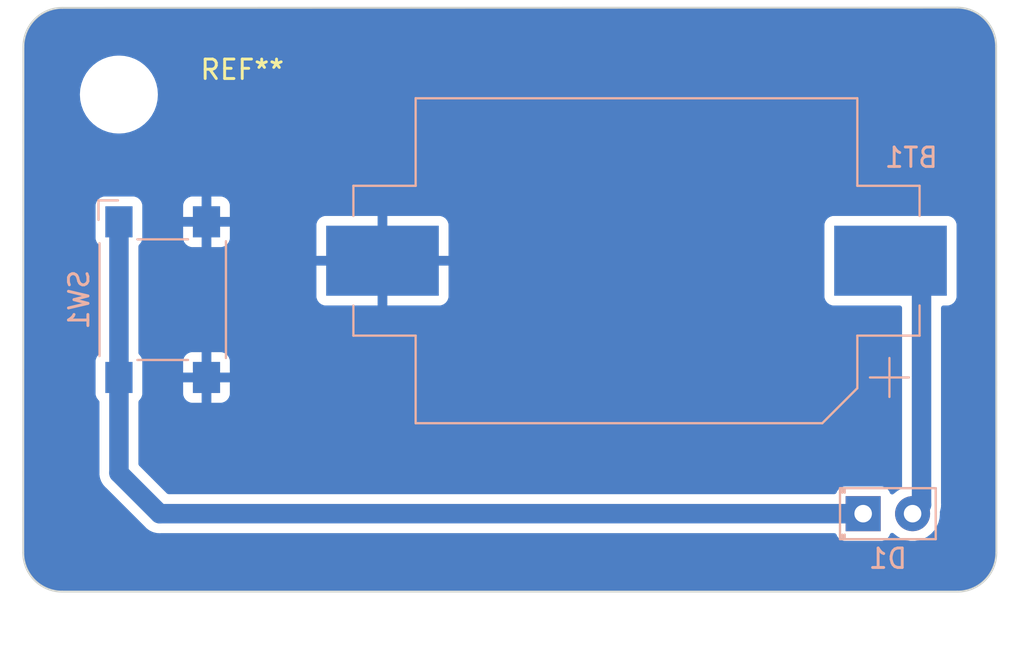
<source format=kicad_pcb>
(kicad_pcb (version 20221018) (generator pcbnew)
  (layers (0 "F.Cu" signal) (31 "B.Cu" signal) (34 "B.Paste" user) (35 "F.Paste" user) (36 "B.SilkS" user "B.Silkscreen") (37 "F.SilkS" user "F.Silkscreen") (38 "B.Mask" user) (39 "F.Mask" user) (44 "Edge.Cuts" user))
  (net 0 "")
  (net 1 "Net-(BT1-+)")
  (net 2 "Net-(BT1--)")
  (net 3 "Net-(D1-K)")
  (footprint "MountingHole:MountingHole_3.5mm" (layer "F.Cu") (at 173.91 66.46)
    (fp_text reference "REF**" (at 6.34 -1.28) (layer "F.SilkS"))
    (fp_text value "MountingHole_3.5mm")
    (pad "" np_thru_hole circle (at 0 0) (size 3.5 3.5) (drill 3.5) (layers "*.Cu" "*.Mask"))
  )
  (footprint "Button_Switch_SMD:SW_SPST_Omron_B3FS-100xP" (layer "B.Cu") (at 176.1625 77 -90)
    (fp_text reference "SW1" (at 0 4.3 -270) (layer "B.SilkS") (effects (justify mirror)))
    (fp_text value "SW_Push")
    (fp_line (start -5.1 2.3) (end -5.1 3.3) (stroke (width 0.12)) (layer "B.SilkS"))
    (fp_line (start -5.1 3.3) (end -4.1 3.3) (stroke (width 0.12)) (layer "B.SilkS"))
    (fp_line (start -3.1 1.3) (end -3.1 -1.3) (stroke (width 0.12)) (layer "B.SilkS"))
    (fp_line (start 2.9 3.25) (end -2.9 3.25) (stroke (width 0.12)) (layer "B.SilkS"))
    (fp_line (start 3 -3.25) (end -3 -3.25) (stroke (width 0.12)) (layer "B.SilkS"))
    (fp_line (start 3.1 1.3) (end 3.1 -1.3) (stroke (width 0.12)) (layer "B.SilkS"))
    (pad "1" smd rect (at -4 2.25 90) (size 1.6 1.4) (layers "B.Cu" "B.Paste" "B.Mask") (net 3 "Net-(D1-K)"))
    (pad "1" smd rect (at 4 2.25 90) (size 1.6 1.4) (layers "B.Cu" "B.Paste" "B.Mask") (net 3 "Net-(D1-K)"))
    (pad "2" smd rect (at -4 -2.25 90) (size 1.6 1.4) (layers "B.Cu" "B.Paste" "B.Mask") (net 2 "Net-(BT1--)"))
    (pad "2" smd rect (at 4 -2.25 90) (size 1.6 1.4) (layers "B.Cu" "B.Paste" "B.Mask") (net 2 "Net-(BT1--)"))
  )
  (footprint "LED_THT:LED_D2.0mm_W4.8mm_H2.5mm_FlatTop" (layer "B.Cu") (at 212.1625 88)
    (fp_text reference "D1" (at 1.27 2.31) (layer "B.SilkS") (effects (justify mirror)))
    (fp_text value "LED")
    (fp_line (start -1.19 -1.31) (end 3.73 -1.31) (stroke (width 0.12)) (layer "B.SilkS"))
    (fp_line (start -1.19 1.31) (end -1.19 -1.31) (stroke (width 0.12)) (layer "B.SilkS"))
    (fp_line (start -1.19 1.31) (end 3.73 1.31) (stroke (width 0.12)) (layer "B.SilkS"))
    (fp_line (start -1.07 -1.08) (end -1.07 -1.31) (stroke (width 0.12)) (layer "B.SilkS"))
    (fp_line (start -1.07 1.31) (end -1.07 1.08) (stroke (width 0.12)) (layer "B.SilkS"))
    (fp_line (start -0.95 -1.08) (end -0.95 -1.31) (stroke (width 0.12)) (layer "B.SilkS"))
    (fp_line (start -0.95 1.31) (end -0.95 1.08) (stroke (width 0.12)) (layer "B.SilkS"))
    (fp_line (start 3.73 1.31) (end 3.73 -1.31) (stroke (width 0.12)) (layer "B.SilkS"))
    (pad "1" thru_hole rect (at 0 0) (size 1.8 1.8) (drill 0.9) (layers "*.Cu" "*.Mask") (net 3 "Net-(D1-K)"))
    (pad "2" thru_hole circle (at 2.54 0) (size 1.8 1.8) (drill 0.9) (layers "*.Cu" "*.Mask") (net 1 "Net-(BT1-+)"))
  )
  (footprint "Battery:BatteryHolder_Keystone_1060_1x2032" (layer "B.Cu") (at 200.5125 75 180)
    (fp_text reference "BT1" (at -14.125 5.3) (layer "B.SilkS") (effects (justify mirror)))
    (fp_text value "Battery_Cell")
    (fp_line (start -14.55 -3.85) (end -14.55 -2.3) (stroke (width 0.12)) (layer "B.SilkS"))
    (fp_line (start -14.55 3.85) (end -14.55 2.3) (stroke (width 0.12)) (layer "B.SilkS"))
    (fp_line (start -13 -5) (end -13 -7) (stroke (width 0.12)) (layer "B.SilkS"))
    (fp_line (start -12 -6) (end -14 -6) (stroke (width 0.12)) (layer "B.SilkS"))
    (fp_line (start -11.35 -6.55) (end -11.35 -3.85) (stroke (width 0.12)) (layer "B.SilkS"))
    (fp_line (start -11.35 -3.85) (end -14.55 -3.85) (stroke (width 0.12)) (layer "B.SilkS"))
    (fp_line (start -11.35 3.85) (end -14.55 3.85) (stroke (width 0.12)) (layer "B.SilkS"))
    (fp_line (start -11.35 8.35) (end -11.35 3.85) (stroke (width 0.12)) (layer "B.SilkS"))
    (fp_line (start -11.35 8.35) (end 11.35 8.35) (stroke (width 0.12)) (layer "B.SilkS"))
    (fp_line (start -9.55 -8.35) (end -11.35 -6.55) (stroke (width 0.12)) (layer "B.SilkS"))
    (fp_line (start 11.35 -8.35) (end -9.55 -8.35) (stroke (width 0.12)) (layer "B.SilkS"))
    (fp_line (start 11.35 -8.35) (end 11.35 -3.85) (stroke (width 0.12)) (layer "B.SilkS"))
    (fp_line (start 11.35 -3.85) (end 14.55 -3.85) (stroke (width 0.12)) (layer "B.SilkS"))
    (fp_line (start 11.35 3.85) (end 14.55 3.85) (stroke (width 0.12)) (layer "B.SilkS"))
    (fp_line (start 11.35 8.35) (end 11.35 3.85) (stroke (width 0.12)) (layer "B.SilkS"))
    (fp_line (start 14.55 -3.85) (end 14.55 -2.3) (stroke (width 0.12)) (layer "B.SilkS"))
    (fp_line (start 14.55 3.85) (end 14.55 2.3) (stroke (width 0.12)) (layer "B.SilkS"))
    (pad "1" smd rect (at -13.055 0) (size 5.79 3.6) (layers "B.Cu" "B.Paste" "B.Mask") (net 1 "Net-(BT1-+)"))
    (pad "2" smd rect (at 13.055 0) (size 5.79 3.6) (layers "B.Cu" "B.Paste" "B.Mask") (net 2 "Net-(BT1--)"))
  )
  (gr_arc (start 219.005786 90.005786) (mid 218.42 91.42) (end 217.005786 92.005786) (stroke (width 0.1)) (layer "Edge.Cuts"))
  (gr_line (start 217.005786 92.005786) (end 170.994214 92.005786) (stroke (width 0.1)) (layer "Edge.Cuts"))
  (gr_line (start 218.995786 63.994214) (end 219.005786 90.005786) (stroke (width 0.1)) (layer "Edge.Cuts"))
  (gr_arc (start 170.994214 92.005786) (mid 169.58 91.42) (end 168.994214 90.005786) (stroke (width 0.1)) (layer "Edge.Cuts"))
  (gr_arc (start 169.004214 64.004214) (mid 169.59 62.59) (end 171.004214 62.004214) (stroke (width 0.1)) (layer "Edge.Cuts"))
  (gr_line (start 168.994214 90.005786) (end 169.004214 64.004214) (stroke (width 0.1)) (layer "Edge.Cuts"))
  (gr_line (start 171.004214 62.004214) (end 216.995786 61.994214) (stroke (width 0.1)) (layer "Edge.Cuts"))
  (gr_arc (start 216.995786 61.994214) (mid 218.41 62.58) (end 218.995786 63.994214) (stroke (width 0.1)) (layer "Edge.Cuts"))
  (segment (start 215.1625 75) (end 215.1625 87.54) (width 1) (layer "B.Cu") (net 1))
  (segment (start 215.1625 87.54) (end 214.7025 88) (width 1) (layer "B.Cu") (net 1))
  (segment (start 173.9125 85.9125) (end 173.9125 81) (width 1) (layer "B.Cu") (net 3))
  (segment (start 173.9125 73) (end 173.9125 81) (width 1) (layer "B.Cu") (net 3))
  (segment (start 176 88) (end 173.9125 85.9125) (width 1) (layer "B.Cu") (net 3))
  (segment (start 212.1625 88) (end 176 88) (width 1) (layer "B.Cu") (net 3))
  (zone (net 2) (net_name "Net-(BT1--)") (layer "B.Cu") (name "fill") (connect_pads (clearance 0.5)) (min_thickness 0.25) (fill yes (thermal_gap 0.5) (thermal_bridge_width 0.5) (island_removal_mode 1) (island_area_min 10))
    (polygon (pts (xy 167.8 61.65) (xy 220.44 61.6) (xy 220.09 95.47) (xy 168 94.87)))
  )
)
</source>
